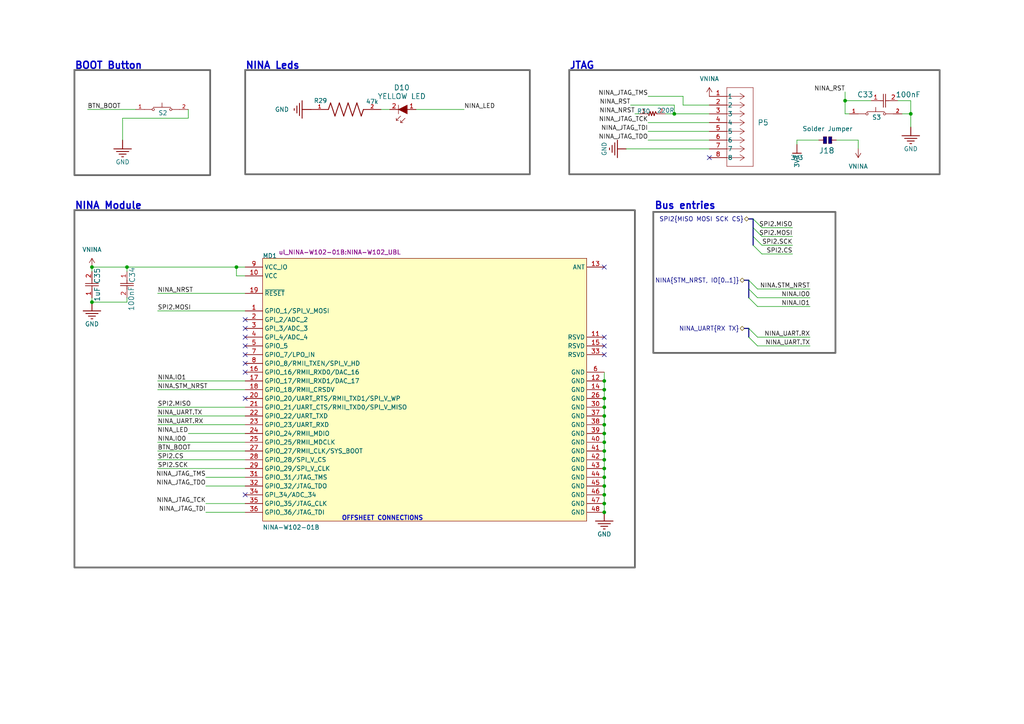
<source format=kicad_sch>
(kicad_sch (version 20250114) (generator "eeschema") (generator_version "9.0")
  (paper "A4")
  (lib_symbols
    (symbol "Altium Content Vault:root_0_5fc1838db503e73a0db245059b43661_Altium Content Vault"
      (symbol "root_0_5fc1838db503e73a0db245059b43661_Altium Content Vault_1_0"
        (rectangle (start 99.06 2.54) (end 5.08 -73.66) (stroke (width 0) (color 128 0 0 1)) (fill (type background)))
        (pin input line (at 0 0 0) (length 5.08) (name "VCC_IO") (number "9"))
        (pin input line (at 0 -2.54 0) (length 5.08) (name "VCC") (number "10"))
        (pin input line (at 0 -7.62 0) (length 5.08) (name "~{RESET}") (number "19"))
        (pin bidirectional line (at 0 -12.7 0) (length 5.08) (name "GPIO_1/SPI_V_MOSI") (number "1"))
        (pin input line (at 0 -15.24 0) (length 5.08) (name "GPI_2/ADC_2") (number "2"))
        (pin input line (at 0 -17.78 0) (length 5.08) (name "GPI_3/ADC_3") (number "3"))
        (pin input line (at 0 -20.32 0) (length 5.08) (name "GPI_4/ADC_4") (number "4"))
        (pin bidirectional line (at 0 -22.86 0) (length 5.08) (name "GPIO_5") (number "5"))
        (pin bidirectional line (at 0 -25.4 0) (length 5.08) (name "GPIO_7/LPO_IN") (number "7"))
        (pin bidirectional line (at 0 -27.94 0) (length 5.08) (name "GPIO_8/RMII_TXEN/SPI_V_HD") (number "8"))
        (pin bidirectional line (at 0 -30.48 0) (length 5.08) (name "GPIO_16/RMII_RXD0/DAC_16") (number "16"))
        (pin bidirectional line (at 0 -33.02 0) (length 5.08) (name "GPIO_17/RMII_RXD1/DAC_17") (number "17"))
        (pin bidirectional line (at 0 -35.56 0) (length 5.08) (name "GPIO_18/RMII_CRSDV") (number "18"))
        (pin bidirectional line (at 0 -38.1 0) (length 5.08) (name "GPIO_20/UART_RTS/RMII_TXD1/SPI_V_WP") (number "20"))
        (pin bidirectional line (at 0 -40.64 0) (length 5.08) (name "GPIO_21/UART_CTS/RMII_TXD0/SPI_V_MISO") (number "21"))
        (pin bidirectional line (at 0 -43.18 0) (length 5.08) (name "GPIO_22/UART_TXD") (number "22"))
        (pin bidirectional line (at 0 -45.72 0) (length 5.08) (name "GPIO_23/UART_RXD") (number "23"))
        (pin bidirectional line (at 0 -48.26 0) (length 5.08) (name "GPIO_24/RMII_MDIO") (number "24"))
        (pin bidirectional line (at 0 -50.8 0) (length 5.08) (name "GPIO_25/RMII_MDCLK") (number "25"))
        (pin bidirectional line (at 0 -53.34 0) (length 5.08) (name "GPIO_27/RMII_CLK/SYS_BOOT") (number "27"))
        (pin bidirectional line (at 0 -55.88 0) (length 5.08) (name "GPIO_28/SPI_V_CS") (number "28"))
        (pin bidirectional line (at 0 -58.42 0) (length 5.08) (name "GPIO_29/SPI_V_CLK") (number "29"))
        (pin bidirectional line (at 0 -60.96 0) (length 5.08) (name "GPIO_31/JTAG_TMS") (number "31"))
        (pin bidirectional line (at 0 -63.5 0) (length 5.08) (name "GPIO_32/JTAG_TDO") (number "32"))
        (pin input line (at 0 -66.04 0) (length 5.08) (name "GPI_34/ADC_34") (number "34"))
        (pin bidirectional line (at 0 -68.58 0) (length 5.08) (name "GPIO_35/JTAG_CLK") (number "35"))
        (pin bidirectional line (at 0 -71.12 0) (length 5.08) (name "GPIO_36/JTAG_TDI") (number "36"))
        (pin bidirectional line (at 104.14 0 180) (length 5.08) (name "ANT") (number "13"))
        (pin passive line (at 104.14 -20.32 180) (length 5.08) (name "RSVD") (number "11"))
        (pin bidirectional line (at 104.14 -22.86 180) (length 5.08) (name "RSVD") (number "15"))
        (pin passive line (at 104.14 -25.4 180) (length 5.08) (name "RSVD") (number "33"))
        (pin power_in line (at 104.14 -30.48 180) (length 5.08) (name "GND") (number "6"))
        (pin power_in line (at 104.14 -33.02 180) (length 5.08) (name "GND") (number "12"))
        (pin power_in line (at 104.14 -35.56 180) (length 5.08) (name "GND") (number "14"))
        (pin power_in line (at 104.14 -38.1 180) (length 5.08) (name "GND") (number "26"))
        (pin power_in line (at 104.14 -40.64 180) (length 5.08) (name "GND") (number "30"))
        (pin power_in line (at 104.14 -43.18 180) (length 5.08) (name "GND") (number "37"))
        (pin power_in line (at 104.14 -45.72 180) (length 5.08) (name "GND") (number "38"))
        (pin power_in line (at 104.14 -48.26 180) (length 5.08) (name "GND") (number "39"))
        (pin power_in line (at 104.14 -50.8 180) (length 5.08) (name "GND") (number "40"))
        (pin power_in line (at 104.14 -53.34 180) (length 5.08) (name "GND") (number "41"))
        (pin power_in line (at 104.14 -55.88 180) (length 5.08) (name "GND") (number "42"))
        (pin power_in line (at 104.14 -58.42 180) (length 5.08) (name "GND") (number "43"))
        (pin power_in line (at 104.14 -60.96 180) (length 5.08) (name "GND") (number "44"))
        (pin power_in line (at 104.14 -63.5 180) (length 5.08) (name "GND") (number "45"))
        (pin power_in line (at 104.14 -66.04 180) (length 5.08) (name "GND") (number "46"))
        (pin power_in line (at 104.14 -68.58 180) (length 5.08) (name "GND") (number "47"))
        (pin power_in line (at 104.14 -71.12 180) (length 5.08) (name "GND") (number "48"))
      )
    )
    (symbol "CRCW0201220RFKED:CRCW0201220RFKED" (pin_names (offset 1.016))
      (property "Reference" "R" (at -7.6244 2.5415 0))
      (symbol "CRCW0201220RFKED_0_0"
        (polyline (pts (xy -4.826 -0.508) (xy -4.445 0.635)) (stroke (width 0.254)))
        (polyline (pts (xy -4.445 0.635) (xy -4.064 -0.508)) (stroke (width 0.254)))
        (polyline (pts (xy -4.064 -0.508) (xy -3.683 0.635)) (stroke (width 0.254)))
        (polyline (pts (xy -3.683 0.635) (xy -3.302 -0.508)) (stroke (width 0.254)))
        (polyline (pts (xy -3.302 -0.508) (xy -2.921 0.635)) (stroke (width 0.254)))
        (polyline (pts (xy -2.921 0.635) (xy -2.54 0)) (stroke (width 0.254)))
      )
      (symbol "CRCW0201220RFKED_0_1"
        (polyline (pts (xy -4.826 -0.508) (xy -5.08 0)))
      )
      (symbol "CRCW0201220RFKED_1_0"
        (pin passive line (at -7.62 0 0) (length 2.54) (name "~") (number "1"))
        (pin passive line (at 0 0 180) (length 2.54) (name "~") (number "2"))
      )
    )
    (symbol "GRPB042VWVN_RC:GRPB042VWVN-RC" (pin_names (offset 0.254))
      (property "Reference" "J" (at 8.89 6.35 0))
      (property "Value" "GRPB042VWVN-RC" (at 0 0 0))
      (symbol "GRPB042VWVN-RC_0_1"
        (polyline (pts (xy 5.08 2.54) (xy 5.08 -20.32)) (stroke (width 0.127)))
        (polyline (pts (xy 5.08 -20.32) (xy 12.7 -20.32)) (stroke (width 0.127)))
        (polyline (pts (xy 10.16 0) (xy 5.08 0)) (stroke (width 0.127)))
        (polyline (pts (xy 10.16 0) (xy 8.89 0.8467)) (stroke (width 0.127)))
        (polyline (pts (xy 10.16 0) (xy 8.89 -0.8467)) (stroke (width 0.127)))
        (polyline (pts (xy 10.16 -2.54) (xy 5.08 -2.54)) (stroke (width 0.127)))
        (polyline (pts (xy 10.16 -2.54) (xy 8.89 -1.6933)) (stroke (width 0.127)))
        (polyline (pts (xy 10.16 -2.54) (xy 8.89 -3.3867)) (stroke (width 0.127)))
        (polyline (pts (xy 10.16 -5.08) (xy 5.08 -5.08)) (stroke (width 0.127)))
        (polyline (pts (xy 10.16 -5.08) (xy 8.89 -4.2333)) (stroke (width 0.127)))
        (polyline (pts (xy 10.16 -5.08) (xy 8.89 -5.9267)) (stroke (width 0.127)))
        (polyline (pts (xy 10.16 -7.62) (xy 5.08 -7.62)) (stroke (width 0.127)))
        (polyline (pts (xy 10.16 -7.62) (xy 8.89 -6.7733)) (stroke (width 0.127)))
        (polyline (pts (xy 10.16 -7.62) (xy 8.89 -8.4667)) (stroke (width 0.127)))
        (polyline (pts (xy 10.16 -10.16) (xy 5.08 -10.16)) (stroke (width 0.127)))
        (polyline (pts (xy 10.16 -10.16) (xy 8.89 -9.3133)) (stroke (width 0.127)))
        (polyline (pts (xy 10.16 -10.16) (xy 8.89 -11.0067)) (stroke (width 0.127)))
        (polyline (pts (xy 10.16 -12.7) (xy 5.08 -12.7)) (stroke (width 0.127)))
        (polyline (pts (xy 10.16 -12.7) (xy 8.89 -11.8533)) (stroke (width 0.127)))
        (polyline (pts (xy 10.16 -12.7) (xy 8.89 -13.5467)) (stroke (width 0.127)))
        (polyline (pts (xy 10.16 -15.24) (xy 5.08 -15.24)) (stroke (width 0.127)))
        (polyline (pts (xy 10.16 -15.24) (xy 8.89 -14.3933)) (stroke (width 0.127)))
        (polyline (pts (xy 10.16 -15.24) (xy 8.89 -16.0867)) (stroke (width 0.127)))
        (polyline (pts (xy 10.16 -17.78) (xy 5.08 -17.78)) (stroke (width 0.127)))
        (polyline (pts (xy 10.16 -17.78) (xy 8.89 -16.9333)) (stroke (width 0.127)))
        (polyline (pts (xy 10.16 -17.78) (xy 8.89 -18.6267)) (stroke (width 0.127)))
        (polyline (pts (xy 12.7 2.54) (xy 5.08 2.54)) (stroke (width 0.127)))
        (polyline (pts (xy 12.7 -20.32) (xy 12.7 2.54)) (stroke (width 0.127)))
        (pin unspecified line (at 0 0 0) (length 5.08) (name "1") (number "1"))
        (pin unspecified line (at 0 -2.54 0) (length 5.08) (name "2") (number "2"))
        (pin unspecified line (at 0 -5.08 0) (length 5.08) (name "3") (number "3"))
        (pin unspecified line (at 0 -7.62 0) (length 5.08) (name "4") (number "4"))
        (pin unspecified line (at 0 -10.16 0) (length 5.08) (name "5") (number "5"))
        (pin unspecified line (at 0 -12.7 0) (length 5.08) (name "6") (number "6"))
        (pin unspecified line (at 0 -15.24 0) (length 5.08) (name "7") (number "7"))
        (pin unspecified line (at 0 -17.78 0) (length 5.08) (name "8") (number "8"))
      )
    )
    (symbol "TS19_32_06_BK_70_1_SMT_TR_67:TS19-32-06-BK-70-1-SMT-TR-67" (pin_names (offset 1.016))
      (property "Reference" "S" (at -3.175 3.175 0))
      (property "Value" "TS19-32-06-BK-70-1-SMT-TR-67" (at -3.175 -1.27 0))
      (symbol "TS19-32-06-BK-70-1-SMT-TR-67_0_0"
        (polyline (pts (xy -5.08 0) (xy -2.921 0)) (stroke (width 0.1524)))
        (polyline (pts (xy -2.54 0.635) (xy 0 0.635)) (stroke (width 0.1524)))
        (circle (center -2.54 0) (radius 0.3302) (stroke (width 0.1524)))
        (polyline (pts (xy 0 1.905) (xy 0 0.635)) (stroke (width 0.1524)))
        (polyline (pts (xy 0 0.635) (xy 2.54 0.635)) (stroke (width 0.1524)))
        (circle (center 2.54 0) (radius 0.3302) (stroke (width 0.1524)))
        (polyline (pts (xy 5.08 0) (xy 2.921 0)) (stroke (width 0.1524)))
        (pin passive line (at -7.62 0 0) (length 2.54) (name "~") (number "1"))
        (pin passive line (at 7.62 0 180) (length 2.54) (name "~") (number "2"))
      )
    )
    (symbol "dk_LED-Indication-Discrete:LTST-C190KSKT" (pin_names (offset 0))
      (property "Reference" "D" (at -3.81 2.54 0))
      (property "Value" "LTST-C190KSKT" (at 0 -3.81 0))
      (symbol "LTST-C190KSKT_0_1"
        (polyline (pts (xy -2.54 1.27) (xy -2.54 -1.27) (xy 0 0) (xy -2.54 1.27)) (fill (type outline)))
        (polyline (pts (xy -1.27 3.81) (xy -0.635 3.81) (xy -0.635 3.175)))
        (polyline (pts (xy -0.635 3.81) (xy -1.905 2.54)))
        (polyline (pts (xy 0 3.175) (xy 0.635 3.175) (xy 0.635 2.54)))
        (polyline (pts (xy 0 1.27) (xy 0 -1.27)))
        (polyline (pts (xy 0.635 3.175) (xy -0.635 1.905)))
      )
      (symbol "LTST-C190KSKT_1_1"
        (pin passive line (at -5.08 0 0) (length 2.54) (name "~") (number "1"))
        (pin passive line (at 2.54 0 180) (length 2.54) (name "~") (number "2"))
      )
    )
    (symbol "gap9_deck:CMP-00005-5" (pin_numbers (hide yes)) (pin_names (hide yes))
      (property "Reference" "J" (at 1.016 -1.27 0))
      (property "Value" "Solder Jumper" (at 1.016 -3.81 0))
      (symbol "CMP-00005-5_1_0"
        (rectangle (start 1.016 1.27) (end -1.016 0.254) (stroke (width 0.0254) (color 128 0 0 1)) (fill (type color) (color 0 0 128 1)))
        (rectangle (start 1.016 -0.254) (end -1.016 -1.27) (stroke (width 0.0254) (color 128 0 0 1)) (fill (type color) (color 0 0 128 1)))
        (pin passive line (at 0 2.54 270) (length 1.27) (name "") (number "2"))
        (pin passive line (at 0 -2.54 90) (length 1.27) (name "") (number "1"))
      )
    )
    (symbol "gap9_deck_v2-altium-import:3V3_BAR" (power)
      (symbol "3V3_BAR_0_0"
        (polyline (pts (xy -1.27 -2.54) (xy 1.27 -2.54)) (stroke (width 0.254)))
      )
      (symbol "3V3_BAR_1_1"
        (pin power_in line (at 0 0 270) (length 2.54) (name "3V3") (number ""))
      )
    )
    (symbol "gap9_deck_v2-altium-import:GND_POWER_GROUND" (power)
      (property "Value" "GND" (at 0 -6.35 0))
      (symbol "GND_POWER_GROUND_0_0"
        (polyline (pts (xy -2.54 -2.54) (xy 2.54 -2.54)) (stroke (width 0.254)))
        (polyline (pts (xy -1.778 -3.302) (xy 1.778 -3.302)) (stroke (width 0.254)))
        (polyline (pts (xy -1.016 -4.064) (xy 1.016 -4.064)) (stroke (width 0.254)))
        (polyline (pts (xy -0.254 -4.826) (xy 0.254 -4.826)) (stroke (width 0.254)))
        (polyline (pts (xy 0 0) (xy 0 -2.54)) (stroke (width 0.254)))
        (pin power_in line (at 0 0 0) (length 0) (hide yes) (name "GND") (number ""))
      )
    )
    (symbol "power:+3V3" (power) (pin_numbers (hide yes)) (pin_names (offset 0) (hide yes))
      (property "Value" "+3V3" (at 0 3.556 0))
      (symbol "+3V3_0_1"
        (polyline (pts (xy -0.762 1.27) (xy 0 2.54)))
        (polyline (pts (xy 0 2.54) (xy 0.762 1.27)))
        (polyline (pts (xy 0 0) (xy 0 2.54)))
      )
      (symbol "+3V3_1_1"
        (pin power_in line (at 0 0 90) (length 0) (name "~") (number "1"))
      )
    )
    (symbol "ul_0402B104K160CT:0402B104K160CT" (pin_names (offset 0.254))
      (property "Reference" "C" (at 3.81 3.81 0))
      (property "Value" "0402B104K160CT" (at 3.81 -3.81 0))
      (symbol "0402B104K160CT_1_1"
        (polyline (pts (xy 2.54 0) (xy 3.4798 0)) (stroke (width 0.2032)))
        (polyline (pts (xy 3.4798 -1.905) (xy 3.4798 1.905)) (stroke (width 0.2032)))
        (polyline (pts (xy 4.1148 0) (xy 5.08 0)) (stroke (width 0.2032)))
        (polyline (pts (xy 4.1148 -1.905) (xy 4.1148 1.905)) (stroke (width 0.2032)))
        (pin unspecified line (at 0 0 0) (length 2.54) (name "") (number "1"))
        (pin unspecified line (at 7.62 0 180) (length 2.54) (name "") (number "2"))
      )
      (symbol "0402B104K160CT_1_2"
        (polyline (pts (xy -1.905 -3.4798) (xy 1.905 -3.4798)) (stroke (width 0.2032)))
        (polyline (pts (xy -1.905 -4.1148) (xy 1.905 -4.1148)) (stroke (width 0.2032)))
        (polyline (pts (xy 0 -2.54) (xy 0 -3.4798)) (stroke (width 0.2032)))
        (polyline (pts (xy 0 -4.1148) (xy 0 -5.08)) (stroke (width 0.2032)))
        (pin unspecified line (at 0 0 270) (length 2.54) (name "") (number "1"))
        (pin unspecified line (at 0 -7.62 90) (length 2.54) (name "") (number "2"))
      )
    )
    (symbol "ul_CL10B105KP8NNNC:CL10B105KP8NNNC" (pin_names (offset 0.254))
      (property "Reference" "C" (at 3.81 3.81 0))
      (property "Value" "CL10B105KP8NNNC" (at 3.81 -3.81 0))
      (symbol "CL10B105KP8NNNC_1_1"
        (polyline (pts (xy 2.54 0) (xy 3.4798 0)) (stroke (width 0.2032)))
        (polyline (pts (xy 3.4798 -1.905) (xy 3.4798 1.905)) (stroke (width 0.2032)))
        (polyline (pts (xy 4.1148 0) (xy 5.08 0)) (stroke (width 0.2032)))
        (polyline (pts (xy 4.1148 -1.905) (xy 4.1148 1.905)) (stroke (width 0.2032)))
        (pin unspecified line (at 0 0 0) (length 2.54) (name "") (number "1"))
        (pin unspecified line (at 7.62 0 180) (length 2.54) (name "") (number "2"))
      )
      (symbol "CL10B105KP8NNNC_1_2"
        (polyline (pts (xy -1.905 -3.4798) (xy 1.905 -3.4798)) (stroke (width 0.2032)))
        (polyline (pts (xy -1.905 -4.1148) (xy 1.905 -4.1148)) (stroke (width 0.2032)))
        (polyline (pts (xy 0 -2.54) (xy 0 -3.4798)) (stroke (width 0.2032)))
        (polyline (pts (xy 0 -4.1148) (xy 0 -5.08)) (stroke (width 0.2032)))
        (pin unspecified line (at 0 0 270) (length 2.54) (name "") (number "1"))
        (pin unspecified line (at 0 -7.62 90) (length 2.54) (name "") (number "2"))
      )
    )
    (symbol "ul_ERJPA3F4702V:ERJPA3F4702V" (pin_names (offset 1.016))
      (property "Reference" "R" (at -7.624 2.541 0))
      (property "Value" "ERJPA3F4702V" (at -7.624 -5.087 0))
      (symbol "ERJPA3F4702V_0_0"
        (polyline (pts (xy -5.08 0) (xy -4.445 1.905)) (stroke (width 0.254)))
        (polyline (pts (xy -4.445 1.905) (xy -3.175 -1.905)) (stroke (width 0.254)))
        (polyline (pts (xy -3.175 -1.905) (xy -1.905 1.905)) (stroke (width 0.254)))
        (polyline (pts (xy -1.905 1.905) (xy -0.635 -1.905)) (stroke (width 0.254)))
        (polyline (pts (xy -0.635 -1.905) (xy 0.635 1.905)) (stroke (width 0.254)))
        (polyline (pts (xy 0.635 1.905) (xy 1.905 -1.905)) (stroke (width 0.254)))
        (polyline (pts (xy 1.905 -1.905) (xy 3.175 1.905)) (stroke (width 0.254)))
        (polyline (pts (xy 3.175 1.905) (xy 4.445 -1.905)) (stroke (width 0.254)))
        (polyline (pts (xy 4.445 -1.905) (xy 5.08 0)) (stroke (width 0.254)))
        (pin passive line (at -10.16 0 0) (length 5.08) (name "~") (number "1"))
        (pin passive line (at 10.16 0 180) (length 5.08) (name "~") (number "2"))
      )
    )
  )
  (rectangle (start 189.484 61.468) (end 242.316 102.362) (stroke (width 0.508) (color 102 102 102 1)))
  (rectangle (start 165.1 20.32) (end 272.542 50.546) (stroke (width 0.508) (color 102 102 102 1)))
  (rectangle (start 21.59 60.96) (end 184.15 164.592) (stroke (width 0.508) (color 102 102 102 1)))
  (rectangle (start 60.96 20.32) (end 21.59 50.8) (stroke (width 0.508) (color 102 102 102 1)))
  (rectangle (start 71.12 20.32) (end 153.67 50.546) (stroke (width 0.508) (color 102 102 102 1)))
  (text "JTAG" (at 165.1 20.32 0) (effects (font (size 2.032 2.032) (thickness 0.4064) (bold yes)) (justify left bottom)))
  (text "Bus entries" (at 189.738 60.96 0) (effects (font (size 2.032 2.032) (thickness 0.4064) (bold yes)) (justify left bottom)))
  (text "NINA Leds" (at 71.12 20.32 0) (effects (font (size 2.032 2.032) (thickness 0.4064) (bold yes)) (justify left bottom)))
  (text "NINA Module" (at 21.59 60.96 0) (effects (font (size 2.032 2.032) (thickness 0.4064) (bold yes)) (justify left bottom)))
  (text "BOOT Button" (at 21.59 20.32 0) (effects (font (size 2.032 2.032) (thickness 0.4064) (bold yes)) (justify left bottom)))
  (text "OFFSHEET CONNECTIONS" (at 99.06 151.13 0) (effects (font (size 1.27 1.27) (thickness 0.254) (bold yes)) (justify left bottom)))
  (junction (at 175.26 146.05))
  (junction (at 26.67 87.63))
  (junction (at 175.26 135.89))
  (junction (at 175.26 130.81))
  (junction (at 175.26 118.11))
  (junction (at 175.26 113.03))
  (junction (at 26.67 77.47))
  (junction (at 175.26 120.65))
  (junction (at 36.83 77.47))
  (junction (at 175.26 148.59))
  (junction (at 175.26 123.19))
  (junction (at 264.16 33.02))
  (junction (at 175.26 115.57))
  (junction (at 175.26 143.51))
  (junction (at 175.26 110.49))
  (junction (at 175.26 140.97))
  (junction (at 175.26 138.43))
  (junction (at 175.26 125.73))
  (junction (at 175.26 128.27))
  (junction (at 245.11 29.21))
  (junction (at 175.26 133.35))
  (junction (at 195.58 33.02))
  (junction (at 68.58 77.47))
  (no_connect (at 71.12 143.51))
  (no_connect (at 175.26 102.87))
  (no_connect (at 71.12 95.25))
  (no_connect (at 71.12 102.87))
  (no_connect (at 71.12 100.33))
  (no_connect (at 71.12 92.71))
  (no_connect (at 175.26 100.33))
  (no_connect (at 71.12 105.41))
  (no_connect (at 175.26 97.79))
  (no_connect (at 71.12 115.57))
  (no_connect (at 71.12 107.95))
  (no_connect (at 205.74 45.72))
  (no_connect (at 71.12 97.79))
  (no_connect (at 175.26 77.47))
  (bus_entry (at 218.44 63.5) (size 2.54 2.54))
  (bus_entry (at 218.44 66.04) (size 2.54 2.54))
  (bus_entry (at 218.44 68.58) (size 2.54 2.54))
  (bus_entry (at 219.71 86.36) (size -2.54 -2.54))
  (bus_entry (at 218.44 71.12) (size 2.54 2.54))
  (bus_entry (at 219.71 83.82) (size -2.54 -2.54))
  (bus_entry (at 219.71 100.33) (size -2.54 -2.54))
  (bus_entry (at 219.71 88.9) (size -2.54 -2.54))
  (bus_entry (at 219.71 97.79) (size -2.54 -2.54))
  (bus (pts (xy 218.44 66.04) (xy 218.44 68.58)))
  (wire (pts (xy 45.72 133.35) (xy 71.12 133.35)))
  (wire (pts (xy 71.12 120.65) (xy 45.72 120.65)))
  (wire (pts (xy 231.14 41.91) (xy 231.14 40.64)))
  (bus (pts (xy 218.44 63.5) (xy 218.44 66.04)))
  (wire (pts (xy 35.56 40.64) (xy 35.56 34.29)))
  (bus (pts (xy 217.17 81.28) (xy 217.17 83.82)))
  (wire (pts (xy 184.15 33.02) (xy 185.42 33.02)))
  (wire (pts (xy 175.26 138.43) (xy 175.26 140.97)))
  (wire (pts (xy 175.26 133.35) (xy 175.26 135.89)))
  (wire (pts (xy 264.16 29.21) (xy 264.16 33.02)))
  (bus (pts (xy 217.17 83.82) (xy 217.17 86.36)))
  (wire (pts (xy 45.72 110.49) (xy 71.12 110.49)))
  (wire (pts (xy 26.67 77.47) (xy 36.83 77.47)))
  (wire (pts (xy 36.83 87.63) (xy 26.67 87.63)))
  (wire (pts (xy 45.72 90.17) (xy 71.12 90.17)))
  (wire (pts (xy 219.71 88.9) (xy 234.95 88.9)))
  (wire (pts (xy 175.26 128.27) (xy 175.26 130.81)))
  (wire (pts (xy 54.61 34.29) (xy 54.61 31.75)))
  (wire (pts (xy 120.65 31.75) (xy 134.62 31.75)))
  (wire (pts (xy 175.26 118.11) (xy 175.26 120.65)))
  (bus (pts (xy 215.9 95.25) (xy 217.17 95.25)))
  (wire (pts (xy 231.14 40.64) (xy 237.49 40.64)))
  (wire (pts (xy 175.26 123.19) (xy 175.26 125.73)))
  (wire (pts (xy 59.69 148.59) (xy 71.12 148.59)))
  (wire (pts (xy 175.26 130.81) (xy 175.26 133.35)))
  (wire (pts (xy 252.73 29.21) (xy 245.11 29.21)))
  (wire (pts (xy 261.62 33.02) (xy 264.16 33.02)))
  (wire (pts (xy 187.96 40.64) (xy 205.74 40.64)))
  (wire (pts (xy 26.67 77.47) (xy 26.67 78.74)))
  (wire (pts (xy 220.98 66.04) (xy 229.87 66.04)))
  (wire (pts (xy 71.12 85.09) (xy 45.72 85.09)))
  (wire (pts (xy 195.58 33.02) (xy 205.74 33.02)))
  (wire (pts (xy 71.12 113.03) (xy 45.72 113.03)))
  (wire (pts (xy 110.49 31.75) (xy 113.03 31.75)))
  (wire (pts (xy 219.71 97.79) (xy 234.95 97.79)))
  (wire (pts (xy 248.92 40.64) (xy 248.92 43.18)))
  (wire (pts (xy 45.72 123.19) (xy 71.12 123.19)))
  (wire (pts (xy 36.83 86.36) (xy 36.83 87.63)))
  (wire (pts (xy 198.12 30.48) (xy 205.74 30.48)))
  (wire (pts (xy 45.72 118.11) (xy 71.12 118.11)))
  (wire (pts (xy 187.96 27.94) (xy 198.12 27.94)))
  (wire (pts (xy 219.71 100.33) (xy 234.95 100.33)))
  (wire (pts (xy 59.69 138.43) (xy 71.12 138.43)))
  (wire (pts (xy 245.11 29.21) (xy 245.11 33.02)))
  (wire (pts (xy 187.96 38.1) (xy 205.74 38.1)))
  (wire (pts (xy 68.58 80.01) (xy 68.58 77.47)))
  (bus (pts (xy 217.17 63.5) (xy 218.44 63.5)))
  (wire (pts (xy 195.58 30.48) (xy 195.58 33.02)))
  (wire (pts (xy 187.96 35.56) (xy 205.74 35.56)))
  (wire (pts (xy 36.83 77.47) (xy 36.83 78.74)))
  (wire (pts (xy 220.98 71.12) (xy 229.87 71.12)))
  (wire (pts (xy 245.11 33.02) (xy 246.38 33.02)))
  (wire (pts (xy 242.57 40.64) (xy 248.92 40.64)))
  (wire (pts (xy 175.26 135.89) (xy 175.26 138.43)))
  (wire (pts (xy 220.98 68.58) (xy 229.87 68.58)))
  (wire (pts (xy 59.69 146.05) (xy 71.12 146.05)))
  (wire (pts (xy 175.26 113.03) (xy 175.26 115.57)))
  (bus (pts (xy 215.9 81.28) (xy 217.17 81.28)))
  (wire (pts (xy 54.61 125.73) (xy 71.12 125.73)))
  (wire (pts (xy 59.69 140.97) (xy 71.12 140.97)))
  (wire (pts (xy 175.26 107.95) (xy 175.26 110.49)))
  (wire (pts (xy 245.11 26.67) (xy 245.11 29.21)))
  (wire (pts (xy 175.26 146.05) (xy 175.26 148.59)))
  (wire (pts (xy 193.04 33.02) (xy 195.58 33.02)))
  (wire (pts (xy 45.72 135.89) (xy 71.12 135.89)))
  (wire (pts (xy 35.56 34.29) (xy 54.61 34.29)))
  (wire (pts (xy 260.35 29.21) (xy 264.16 29.21)))
  (wire (pts (xy 175.26 110.49) (xy 175.26 113.03)))
  (wire (pts (xy 175.26 125.73) (xy 175.26 128.27)))
  (wire (pts (xy 175.26 120.65) (xy 175.26 123.19)))
  (wire (pts (xy 71.12 130.81) (xy 45.72 130.81)))
  (wire (pts (xy 45.72 128.27) (xy 71.12 128.27)))
  (bus (pts (xy 218.44 68.58) (xy 218.44 71.12)))
  (wire (pts (xy 175.26 143.51) (xy 175.26 146.05)))
  (wire (pts (xy 36.83 77.47) (xy 68.58 77.47)))
  (wire (pts (xy 68.58 77.47) (xy 71.12 77.47)))
  (bus (pts (xy 217.17 97.79) (xy 217.17 95.25)))
  (wire (pts (xy 175.26 115.57) (xy 175.26 118.11)))
  (wire (pts (xy 26.67 86.36) (xy 26.67 87.63)))
  (wire (pts (xy 175.26 140.97) (xy 175.26 143.51)))
  (wire (pts (xy 198.12 27.94) (xy 198.12 30.48)))
  (wire (pts (xy 182.88 30.48) (xy 195.58 30.48)))
  (wire (pts (xy 219.71 86.36) (xy 234.95 86.36)))
  (wire (pts (xy 264.16 33.02) (xy 264.16 36.83)))
  (wire (pts (xy 39.37 31.75) (xy 25.4 31.75)))
  (wire (pts (xy 219.71 83.82) (xy 234.95 83.82)))
  (wire (pts (xy 220.98 73.66) (xy 229.87 73.66)))
  (wire (pts (xy 71.12 80.01) (xy 68.58 80.01)))
  (wire (pts (xy 181.61 43.18) (xy 205.74 43.18)))
  (label "NINA.IO1" (at 234.95 88.9 180))
  (label "NINA_NRST" (at 184.15 33.02 180))
  (label "NINA.STM_NRST" (at 234.95 83.82 180))
  (label "NINA.STM_NRST" (at 45.72 113.03 0))
  (label "NINA_JTAG_TCK" (at 187.96 35.56 180))
  (label "NINA_JTAG_TMS" (at 187.96 27.94 180))
  (label "SPI2.SCK" (at 45.72 135.89 0))
  (label "SPI2.CS" (at 45.72 133.35 0))
  (label "NINA_UART.TX" (at 234.95 100.33 180))
  (label "NINA_JTAG_TDO" (at 59.69 140.97 180))
  (label "NINA_JTAG_TDI" (at 187.96 38.1 180))
  (label "NINA_LED" (at 54.61 125.73 180))
  (label "NINA_RST" (at 182.88 30.48 180))
  (label "SPI2.MISO" (at 229.87 66.04 180))
  (label "NINA_JTAG_TCK" (at 59.69 146.05 180))
  (label "NINA.IO0" (at 45.72 128.27 0))
  (label "SPI2.MOSI" (at 45.72 90.17 0))
  (label "NINA.IO0" (at 234.95 86.36 180))
  (label "NINA.IO1" (at 45.72 110.49 0))
  (label "NINA_RST" (at 245.11 26.67 180))
  (label "NINA_JTAG_TMS" (at 59.69 138.43 180))
  (label "NINA_NRST" (at 45.72 85.09 0))
  (label "NINA_UART.RX" (at 234.95 97.79 180))
  (label "SPI2.MOSI" (at 229.87 68.58 180))
  (label "NINA_JTAG_TDO" (at 187.96 40.64 180))
  (label "NINA_LED" (at 134.62 31.75 0))
  (label "NINA_UART.RX" (at 45.72 123.19 0))
  (label "NINA_JTAG_TDI" (at 59.69 148.59 180))
  (label "SPI2.SCK" (at 229.87 71.12 180))
  (label "SPI2.CS" (at 229.87 73.66 180))
  (label "NINA_UART.TX" (at 45.72 120.65 0))
  (label "BTN_BOOT" (at 45.72 130.81 0))
  (label "BTN_BOOT" (at 25.4 31.75 0))
  (label "SPI2.MISO" (at 45.72 118.11 0))
  (hierarchical_label "NINA_UART{RX TX}" (shape bidirectional) (at 215.9 95.25 180))
  (hierarchical_label "SPI2{MISO MOSI SCK CS}" (shape bidirectional) (at 217.17 63.5 180))
  (hierarchical_label "NINA{STM_NRST, IO[0..1]}" (shape bidirectional) (at 215.9 81.28 180))
  (symbol (lib_id "gap9_deck_v2-altium-import:GND_POWER_GROUND") (at 175.26 148.59 0) (unit 1)
    (property "Reference" "#PWR066" (effects (hide yes)))
    (property "Value" "GND" (at 175.26 154.94 0))
    (property "Description" "Power symbol creates a global label with name 'GND'" (effects (hide yes)))
  )
  (symbol (lib_id "GRPB042VWVN_RC:GRPB042VWVN-RC") (at 205.74 27.94 0) (unit 1)
    (property "Reference" "P5" (at 219.71 35.5599 0) (effects (font (size 1.524 1.524)) (justify left)))
    (property "Value" "GRPB042VWVN-RC" (effects (hide yes)))
    (property "Footprint" "CONN8_VWVN-RC_SUL" (effects (hide yes)))
    (property "Datasheet" "https://www.digikey.ch/de/products/detail/sullins-connector-solutions/GRPB042VWVN-RC/1786454?s=N4IgTCBcDaIOICUAKAhADAFjANQOrYDkBaBAYRAF0BfIA" (effects (hide yes)))
  )
  (symbol (lib_id "CRCW0201220RFKED:CRCW0201220RFKED") (at 193.04 33.02 0) (unit 1)
    (property "Reference" "R30" (at 186.69 32.258 0))
    (property "Value" "220R" (at 190.5 32.766 0) (effects (justify left bottom)))
    (property "Footprint" "CRCW0201220RFKED:RESC0603X28N" (effects (hide yes)))
    (property "Datasheet" "https://www.digikey.ch/de/products/detail/vishay-dale/CRCW0201220RFKED/1968586?s=N4IgTCBcDaIMICU4HUAMZUEYwYQMQGkBRAERAF0BfIA" (effects (hide yes)))
  )
  (symbol (lib_id "gap9_deck_v2-altium-import:3V3_BAR") (at 231.14 41.91 0) (unit 1)
    (property "Reference" "#PWR047" (effects (hide yes)))
    (property "Value" "3V3" (at 231.14 45.72 0))
    (property "Description" "Power symbol creates a global label with name '3V3'" (effects (hide yes)))
  )
  (symbol (lib_id "dk_LED-Indication-Discrete:LTST-C190KSKT") (at 115.57 31.75 180) (unit 1)
    (property "Reference" "D10" (at 116.5225 25.4 0) (effects (font (size 1.524 1.524))))
    (property "Value" "YELLOW LED" (at 116.5225 27.94 0) (effects (font (size 1.524 1.524))))
    (property "Footprint" "digikey-footprints:0603" (effects (hide yes)))
    (property "Datasheet" "https://www.digikey.ch/de/products/detail/lite-on-inc/ltst-c191krkt/386837" (effects (hide yes)))
    (property "Description" "LED YELLOW CLEAR CHIP SMD" (effects (hide yes)))
    (property "Digi-Key_PN" "160-1437-1-ND" (effects (hide yes)))
    (property "MPN" "LTST-C190KSKT" (effects (hide yes)))
    (property "Category" "Optoelectronics" (effects (hide yes)))
    (property "Family" "LED Indication - Discrete" (effects (hide yes)))
    (property "DK_Datasheet_Link" "http://optoelectronics.liteon.com/upload/download/DS-22-99-0189/LTST-C190KSKT.pdf" (effects (hide yes)))
    (property "DK_Detail_Page" "/product-detail/en/lite-on-inc/LTST-C190KSKT/160-1437-1-ND/386818" (effects (hide yes)))
    (property "Description_1" "LED YELLOW CLEAR CHIP SMD" (effects (hide yes)))
    (property "Manufacturer" "Lite-On Inc." (effects (hide yes)))
    (property "Status" "Active" (effects (hide yes)))
  )
  (symbol (lib_id "gap9_deck_v2-altium-import:GND_POWER_GROUND") (at 181.61 43.18 270) (unit 1)
    (property "Reference" "#PWR068" (effects (hide yes)))
    (property "Value" "GND" (at 175.26 43.18 0))
    (property "Description" "Power symbol creates a global label with name 'GND'" (effects (hide yes)))
  )
  (symbol (lib_id "TS19_32_06_BK_70_1_SMT_TR_67:TS19-32-06-BK-70-1-SMT-TR-67") (at 254 33.02 0) (unit 1)
    (property "Reference" "S3" (at 254.254 34.036 0))
    (property "Value" "TS19-32-06-BK-70-1-SMT-TR-67" (effects (hide yes)))
    (property "Footprint" "TS19_32_06_BK_70_1_SMT_TR_67:SW_TS19-32-06-BK-70-1-SMT-TR-67" (effects (hide yes)))
    (property "Datasheet" "https://www.digikey.ch/de/products/detail/same-sky-formerly-cui-devices/TS19-32-06-BK-70-1-SMT-TR-67/16588302?s=N4IgTCBcDaICoGUCMBOAtAZjGgDANjQCEBpNAdhzSTQQFk404AlNPMkAXQF8g" (effects (hide yes)))
    (property "PARTREV" "1.02" (effects (hide yes)))
    (property "MANUFACTURER" "Same Sky" (effects (hide yes)))
    (property "STANDARD" "Manufacturer Recommendations" (effects (hide yes)))
  )
  (symbol (lib_id "gap9_deck_v2-altium-import:GND_POWER_GROUND") (at 90.17 31.75 270) (unit 1)
    (property "Reference" "#PWR065" (effects (hide yes)))
    (property "Value" "GND" (at 83.82 31.75 90) (effects (justify right)))
    (property "Description" "Power symbol creates a global label with name 'GND'" (effects (hide yes)))
  )
  (symbol (lib_id "gap9_deck_v2-altium-import:GND_POWER_GROUND") (at 264.16 36.83 0) (unit 1)
    (property "Reference" "#PWR069" (effects (hide yes)))
    (property "Value" "GND" (at 264.16 43.18 0))
    (property "Description" "Power symbol creates a global label with name 'GND'" (effects (hide yes)))
  )
  (symbol (lib_id "power:+3V3") (at 248.92 43.18 180) (unit 1)
    (property "Reference" "#PWR051" (effects (hide yes)))
    (property "Value" "VNINA" (at 248.92 48.26 0))
    (property "Description" "Power symbol creates a global label with name \"+3V3\"" (effects (hide yes)))
  )
  (symbol (lib_id "Altium Content Vault:root_0_5fc1838db503e73a0db245059b43661_Altium Content Vault") (at 71.12 77.47 0) (unit 1)
    (property "Reference" "MD1" (at 76.2 74.93 0) (effects (justify left bottom)))
    (property "Value" "NINA-W102-01B" (at 76.2 153.67 0) (effects (justify left bottom)))
    (property "Footprint" "ul_NINA-W102-01B:NINA-W102_UBL" (at 98.552 73.152 0))
    (property "Datasheet" "https://www.digikey.ch/de/products/detail/u-blox/NINA-W102-01B/16344110?s=N4IgTCBcDaIHIEk4EEC0B1AjABjK7mAQiALoC%2BQA" (effects (hide yes)))
    (property "Description" "STAND-ALONE MULTIRADIO MODULES" (effects (hide yes)))
    (property "MAX SUPPLY VOLTAGE" "3.6V" (effects (hide yes)))
    (property "NUMBER OF ADC CHANNELS" "17" (effects (hide yes)))
    (property "DEVICE CLASS L3" "Transceivers" (effects (hide yes)))
    (property "OCTOPART" "https://octopart.com/nina-w102-00b-00-u-blox-103157672" (effects (hide yes)))
    (property "RECEIVING CURRENT" "100-140mA" (effects (hide yes)))
    (property "AUTOMOTIVE" "No" (effects (hide yes)))
    (property "CATEGORY" "UNK" (effects (hide yes)))
    (property "NOMINAL SUPPLY CURRENT" "30-190mA" (effects (hide yes)))
    (property "DATA RATE" "100Mbits/s" (effects (hide yes)))
    (property "MAX FREQUENCY" "2.5GHz" (effects (hide yes)))
    (property "TEMPERATURE" "-40°C to +85°C" (effects (hide yes)))
    (property "LEAD FREE" "Yes" (effects (hide yes)))
    (property "SENSITIVITY" "-96dBm" (effects (hide yes)))
    (property "DEVICE CLASS L1" "Integrated Circuits (ICs)" (effects (hide yes)))
    (property "MIN SUPPLY VOLTAGE" "3V" (effects (hide yes)))
    (property "INTERFACE" "I2C,SPI,UART,CAN,Ethernet,I2S,Other" (effects (hide yes)))
    (property "COMPONENTLINK2DESCRIPTION" "Datasheet" (effects (hide yes)))
    (property "MANUFACTURER PART NUMBER" "NINA-W102-00B-00" (effects (hide yes)))
    (property "TEMPERATURE RANGE LOW" "-40°C" (effects (hide yes)))
    (property "PACKAGE" "0" (effects (hide yes)))
    (property "TEMPERATURE RANGE HIGH" "+85°C" (effects (hide yes)))
    (property "DIGIKEY DESCRIPTION" "STAND-ALONE MULTIRADIO MODULES" (effects (hide yes)))
    (property "BANDWIDTH" "20MHz" (effects (hide yes)))
    (property "DEVICE CLASS L2" "RF Semiconductors and Devices" (effects (hide yes)))
    (property "MANUFACTURER" "U-Blox" (effects (hide yes)))
    (property "COMPONENTLINK2URL" "https://www.u-blox.com/sites/default/files/NINA-W10_DataSheet_%28UBX-17065507%29.pdf" (effects (hide yes)))
    (property "ROHS" "TRUE" (effects (hide yes)))
    (property "TRANSMITTING CURRENT" "225-320mA" (effects (hide yes)))
    (property "NUMBER OF GPIO" "20" (effects (hide yes)))
    (property "HEIGHT" "4.2mm" (effects (hide yes)))
  )
  (symbol (lib_id "ul_ERJPA3F4702V:ERJPA3F4702V") (at 100.33 31.75 0) (unit 1)
    (property "Reference" "R29" (at 92.964 29.21 0))
    (property "Value" "47k" (at 107.95 29.464 0))
    (property "Footprint" "ERJPA3F4702V:RES_ERJPA3F4702V" (effects (hide yes)))
    (property "Datasheet" "https://www.digikey.ch/de/products/detail/panasonic-electronic-components/ERJ-PA3F4702V/5035930?s=N4IgTCBcDaIKICUBSAFAggZgGIBYDsADGAGogC6AvkA" (effects (hide yes)))
    (property "DigiKey_Part_Number" "P47KBYCT-ND" (effects (hide yes)))
    (property "SnapEDA_Link" "https://www.snapeda.com/parts/ERJPA3F4702V/Panasonic/view-part/?ref=snap" (effects (hide yes)))
    (property "MAXIMUM_PACKAGE_HEIGHT" "0.45 mm" (effects (hide yes)))
    (property "Package" "1608-2 Panasonic" (effects (hide yes)))
    (property "Check_prices" "https://www.snapeda.com/parts/ERJPA3F4702V/Panasonic/view-part/?ref=eda" (effects (hide yes)))
    (property "STANDARD" "Manufacturer Recommendations" (effects (hide yes)))
    (property "PARTREV" "3/1/2020" (effects (hide yes)))
    (property "MF" "Panasonic" (effects (hide yes)))
    (property "MP" "ERJPA3F4702V" (effects (hide yes)))
    (property "Description_1" "Thick Film Smnt Resistor 0603 Case 47kOhm +/-1% 0.25W +/-100ppm/degC | Panasonic Electronic Components ERJPA3F4702V" (effects (hide yes)))
    (property "MANUFACTURER" "Panasonic" (effects (hide yes)))
  )
  (symbol (lib_id "gap9_deck:CMP-00005-5") (at 240.03 40.64 90) (unit 1)
    (property "Reference" "J18" (at 239.776 43.688 90) (effects (font (size 1.6256 1.6256))))
    (property "Value" "Solder Jumper" (at 240.03 37.338 90) (effects (font (size 1.3208 1.3208))))
    (property "Footprint" "Jumper:SolderJumper-2_P1.3mm_Open_RoundedPad1.0x1.5mm" (effects (hide yes)))
    (property "Technology" "SMT" (effects (hide yes)))
    (property "ALTIUM_VALUE" "1" (effects (hide yes)))
  )
  (symbol (lib_id "ul_0402B104K160CT:0402B104K160CT") (at 36.83 78.74 270) (unit 1)
    (property "Reference" "C34" (at 38.354 79.756 0) (effects (font (size 1.524 1.524))))
    (property "Value" "100nF" (at 38.1 86.614 0) (effects (font (size 1.524 1.524))))
    (property "Footprint" "CAP_0402_N_WAL" (effects (hide yes)))
    (property "Datasheet" "https://www.digikey.ch/de/products/detail/walsin-technology-corporation/0402B104K160CT/6707534?s=N4IgTCBcDaIAwBY5gEIEZEGk0DY4GEAVEAXQF8g" (effects (hide yes)))
  )
  (symbol (lib_id "power:+3V3") (at 205.74 27.94 0) (unit 1)
    (property "Reference" "#PWR053" (effects (hide yes)))
    (property "Value" "VNINA" (at 205.74 22.86 0))
    (property "Description" "Power symbol creates a global label with name \"+3V3\"" (effects (hide yes)))
  )
  (symbol (lib_id "gap9_deck_v2-altium-import:GND_POWER_GROUND") (at 26.67 87.63 0) (unit 1)
    (property "Reference" "#PWR063" (effects (hide yes)))
    (property "Value" "GND" (at 26.67 93.98 0))
    (property "Description" "Power symbol creates a global label with name 'GND'" (effects (hide yes)))
  )
  (symbol (lib_id "power:+3V3") (at 26.67 77.47 0) (unit 1)
    (property "Reference" "#PWR050" (effects (hide yes)))
    (property "Value" "VNINA" (at 26.67 72.39 0))
    (property "Description" "Power symbol creates a global label with name \"+3V3\"" (effects (hide yes)))
  )
  (symbol (lib_id "ul_CL10B105KP8NNNC:CL10B105KP8NNNC") (at 26.67 86.36 90) (unit 1)
    (property "Reference" "C35" (at 28.194 80.01 0) (effects (font (size 1.524 1.524))))
    (property "Value" "1uF" (at 28.194 85.344 0) (effects (font (size 1.524 1.524))))
    (property "Footprint" "CAP_CL10_SAM" (effects (hide yes)))
    (property "Datasheet" "https://www.digikey.ch/en/products/detail/samsung-electro-mechanics/CL10B105KP8NNNC/3887604?s=N4IgTCBcDaIMIBkCMAGAQqgrAaQAoA4A5YuEAXQF8g" (effects (hide yes)))
  )
  (symbol (lib_id "ul_0402B104K160CT:0402B104K160CT") (at 252.73 29.21 0) (unit 1)
    (property "Reference" "C33" (at 250.952 27.432 0) (effects (font (size 1.524 1.524))))
    (property "Value" "100nF" (at 263.398 27.432 0) (effects (font (size 1.524 1.524))))
    (property "Footprint" "CAP_0402_N_WAL" (effects (hide yes)))
    (property "Datasheet" "https://www.digikey.ch/de/products/detail/walsin-technology-corporation/0402B104K160CT/6707534?s=N4IgTCBcDaIAwBY5gEIEZEGk0DY4GEAVEAXQF8g" (effects (hide yes)))
  )
  (symbol (lib_id "gap9_deck_v2-altium-import:GND_POWER_GROUND") (at 35.56 40.64 0) (unit 1)
    (property "Reference" "#PWR064" (effects (hide yes)))
    (property "Value" "GND" (at 35.56 46.99 0))
    (property "Description" "Power symbol creates a global label with name 'GND'" (effects (hide yes)))
  )
  (symbol (lib_id "TS19_32_06_BK_70_1_SMT_TR_67:TS19-32-06-BK-70-1-SMT-TR-67") (at 46.99 31.75 0) (unit 1)
    (property "Reference" "S2" (at 47.244 32.766 0))
    (property "Value" "TS19-32-06-BK-70-1-SMT-TR-67" (effects (hide yes)))
    (property "Footprint" "TS19_32_06_BK_70_1_SMT_TR_67:SW_TS19-32-06-BK-70-1-SMT-TR-67" (effects (hide yes)))
    (property "Datasheet" "https://www.digikey.ch/de/products/detail/same-sky-formerly-cui-devices/TS19-32-06-BK-70-1-SMT-TR-67/16588302?s=N4IgTCBcDaICoGUCMBOAtAZjGgDANjQCEBpNAdhzSTQQFk404AlNPMkAXQF8g" (effects (hide yes)))
    (property "PARTREV" "1.02" (effects (hide yes)))
    (property "MANUFACTURER" "Same Sky" (effects (hide yes)))
    (property "STANDARD" "Manufacturer Recommendations" (effects (hide yes)))
  )
)
</source>
